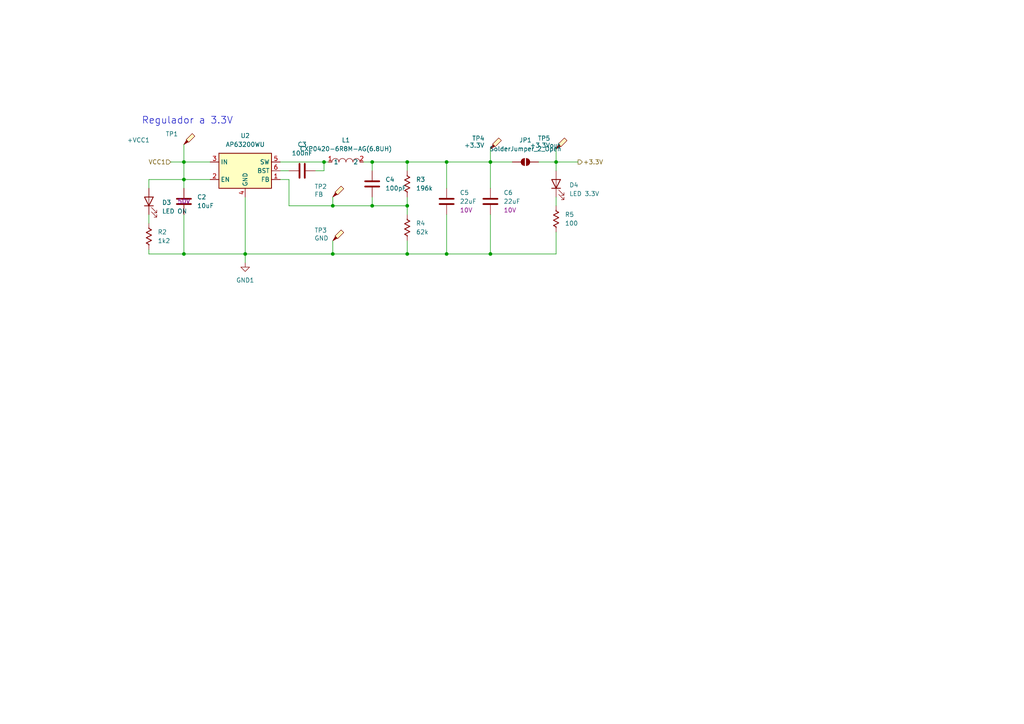
<source format=kicad_sch>
(kicad_sch (version 20250114) (generator "eeschema") (generator_version "9.0")
  (paper "A4")
  (lib_symbols
    (symbol "Connector:TestPoint_Probe" (pin_numbers (hide yes)) (pin_names (offset 0.762) (hide yes))
      (property "Reference" "TP" (at 1.651 5.842 0))
      (property "Value" "TestPoint_Probe" (at 1.651 4.064 0))
      (symbol "TestPoint_Probe_0_1"
        (polyline (pts (xy 1.27 0.762) (xy 0 0) (xy 0.762 1.27) (xy 1.27 0.762)) (fill (type outline)))
        (polyline (pts (xy 1.397 0.635) (xy 0.635 1.397) (xy 2.413 3.175) (xy 3.175 2.413) (xy 1.397 0.635)) (fill (type background)))
      )
      (symbol "TestPoint_Probe_1_1"
        (pin passive line (at 0 0 90) (length 0) (name "1") (number "1"))
      )
    )
    (symbol "Device:LED" (pin_numbers (hide yes)) (pin_names (offset 1.016) (hide yes))
      (property "Reference" "D" (at 0 2.54 0))
      (property "Value" "LED" (at 0 -2.54 0))
      (symbol "LED_0_1"
        (polyline (pts (xy -3.048 -0.762) (xy -4.572 -2.286) (xy -3.81 -2.286) (xy -4.572 -2.286) (xy -4.572 -1.524)))
        (polyline (pts (xy -1.778 -0.762) (xy -3.302 -2.286) (xy -2.54 -2.286) (xy -3.302 -2.286) (xy -3.302 -1.524)))
        (polyline (pts (xy -1.27 0) (xy 1.27 0)))
        (polyline (pts (xy -1.27 -1.27) (xy -1.27 1.27)) (stroke (width 0.254)))
        (polyline (pts (xy 1.27 -1.27) (xy 1.27 1.27) (xy -1.27 0) (xy 1.27 -1.27)) (stroke (width 0.254)))
      )
      (symbol "LED_1_1"
        (pin passive line (at -3.81 0 0) (length 2.54) (name "K") (number "1"))
        (pin passive line (at 3.81 0 180) (length 2.54) (name "A") (number "2"))
      )
    )
    (symbol "EasyEDA:CXP0420-6R8M-AG(6.8UH)"
      (property "Reference" "L" (at 0 5.08 0))
      (property "Value" "CXP0420-6R8M-AG(6.8UH)" (at 0 -5.08 0))
      (symbol "CXP0420-6R8M-AG(6.8UH)_0_1"
        (arc (start -4.06 -0.01) (mid -2.83 0.99) (end -2.03 0.01))
        (arc (start -2.03 -0.01) (mid -0.8 0.99) (end 0 0.01))
        (arc (start 0 -0.01) (mid 1.23 0.99) (end 2.03 0.01))
        (arc (start 2.03 -0.01) (mid 3.26 0.99) (end 4.06 0.01))
        (pin unspecified line (at -5.08 0 0) (length 1.016) (name "1") (number "1"))
        (pin unspecified line (at 5.08 0 180) (length 1.016) (name "2") (number "2"))
      )
    )
    (symbol "Jumper:SolderJumper_2_Open" (pin_numbers (hide yes)) (pin_names (offset 0) (hide yes)) (in_bom no)
      (property "Reference" "JP" (at 0 2.032 0))
      (property "Value" "SolderJumper_2_Open" (at 0 -2.54 0))
      (symbol "SolderJumper_2_Open_0_1"
        (polyline (pts (xy -0.254 1.016) (xy -0.254 -1.016)))
        (arc (start -0.254 -1.016) (mid -1.2656 0) (end -0.254 1.016))
        (arc (start -0.254 -1.016) (mid -1.2656 0) (end -0.254 1.016) (fill (type outline)))
        (arc (start 0.254 1.016) (mid 1.2656 0) (end 0.254 -1.016))
        (arc (start 0.254 1.016) (mid 1.2656 0) (end 0.254 -1.016) (fill (type outline)))
        (polyline (pts (xy 0.254 1.016) (xy 0.254 -1.016)))
      )
      (symbol "SolderJumper_2_Open_1_1"
        (pin passive line (at -3.81 0 0) (length 2.54) (name "A") (number "1"))
        (pin passive line (at 3.81 0 180) (length 2.54) (name "B") (number "2"))
      )
    )
    (symbol "PCM_Capacitor_AKL:C_0603" (pin_numbers (hide yes)) (pin_names (offset 0.254))
      (property "Reference" "C" (at 0.635 2.54 0))
      (property "Value" "C_0603" (at 0.635 -2.54 0))
      (symbol "C_0603_0_1"
        (polyline (pts (xy -2.032 0.762) (xy 2.032 0.762)) (stroke (width 0.508)))
        (polyline (pts (xy -2.032 -0.762) (xy 2.032 -0.762)) (stroke (width 0.508)))
      )
      (symbol "C_0603_0_2"
        (polyline (pts (xy -2.54 -2.54) (xy -0.381 -0.381)))
        (polyline (pts (xy -0.508 -0.508) (xy -1.651 0.635)) (stroke (width 0.508)))
        (polyline (pts (xy -0.508 -0.508) (xy 0.635 -1.651)) (stroke (width 0.508)))
        (polyline (pts (xy 0.381 0.381) (xy 2.54 2.54)))
        (polyline (pts (xy 0.508 0.508) (xy -0.635 1.651)) (stroke (width 0.508)))
        (polyline (pts (xy 0.508 0.508) (xy 1.651 -0.635)) (stroke (width 0.508)))
      )
      (symbol "C_0603_1_1"
        (pin passive line (at 0 3.81 270) (length 2.794) (name "~") (number "1"))
        (pin passive line (at 0 -3.81 90) (length 2.794) (name "~") (number "2"))
      )
      (symbol "C_0603_1_2"
        (pin passive line (at -2.54 -2.54 90) (length 0) (name "~") (number "2"))
        (pin passive line (at 2.54 2.54 270) (length 0) (name "~") (number "1"))
      )
    )
    (symbol "PCM_Capacitor_AKL:C_0805" (pin_numbers (hide yes)) (pin_names (offset 0.254))
      (property "Reference" "C" (at 0.635 2.54 0))
      (property "Value" "C_0805" (at 0.635 -2.54 0))
      (symbol "C_0805_0_1"
        (polyline (pts (xy -2.032 0.762) (xy 2.032 0.762)) (stroke (width 0.508)))
        (polyline (pts (xy -2.032 -0.762) (xy 2.032 -0.762)) (stroke (width 0.508)))
      )
      (symbol "C_0805_0_2"
        (polyline (pts (xy -2.54 -2.54) (xy -0.381 -0.381)))
        (polyline (pts (xy -0.508 -0.508) (xy -1.651 0.635)) (stroke (width 0.508)))
        (polyline (pts (xy -0.508 -0.508) (xy 0.635 -1.651)) (stroke (width 0.508)))
        (polyline (pts (xy 0.381 0.381) (xy 2.54 2.54)))
        (polyline (pts (xy 0.508 0.508) (xy -0.635 1.651)) (stroke (width 0.508)))
        (polyline (pts (xy 0.508 0.508) (xy 1.651 -0.635)) (stroke (width 0.508)))
      )
      (symbol "C_0805_1_1"
        (pin passive line (at 0 3.81 270) (length 2.794) (name "~") (number "1"))
        (pin passive line (at 0 -3.81 90) (length 2.794) (name "~") (number "2"))
      )
      (symbol "C_0805_1_2"
        (pin passive line (at -2.54 -2.54 90) (length 0) (name "~") (number "2"))
        (pin passive line (at 2.54 2.54 270) (length 0) (name "~") (number "1"))
      )
    )
    (symbol "PCM_Capacitor_AKL:C_1206" (pin_numbers (hide yes)) (pin_names (offset 0.254))
      (property "Reference" "C" (at 0.635 2.54 0))
      (property "Value" "C_1206" (at 0.635 -2.54 0))
      (symbol "C_1206_0_1"
        (polyline (pts (xy -2.032 0.762) (xy 2.032 0.762)) (stroke (width 0.508)))
        (polyline (pts (xy -2.032 -0.762) (xy 2.032 -0.762)) (stroke (width 0.508)))
      )
      (symbol "C_1206_0_2"
        (polyline (pts (xy -2.54 -2.54) (xy -0.381 -0.381)))
        (polyline (pts (xy -0.508 -0.508) (xy -1.651 0.635)) (stroke (width 0.508)))
        (polyline (pts (xy -0.508 -0.508) (xy 0.635 -1.651)) (stroke (width 0.508)))
        (polyline (pts (xy 0.381 0.381) (xy 2.54 2.54)))
        (polyline (pts (xy 0.508 0.508) (xy -0.635 1.651)) (stroke (width 0.508)))
        (polyline (pts (xy 0.508 0.508) (xy 1.651 -0.635)) (stroke (width 0.508)))
      )
      (symbol "C_1206_1_1"
        (pin passive line (at 0 3.81 270) (length 2.794) (name "~") (number "1"))
        (pin passive line (at 0 -3.81 90) (length 2.794) (name "~") (number "2"))
      )
      (symbol "C_1206_1_2"
        (pin passive line (at -2.54 -2.54 90) (length 0) (name "~") (number "2"))
        (pin passive line (at 2.54 2.54 270) (length 0) (name "~") (number "1"))
      )
    )
    (symbol "PCM_Resistor_US_AKL:R_0603" (pin_numbers (hide yes)) (pin_names (offset 0))
      (property "Reference" "R" (at 2.54 1.27 0))
      (property "Value" "R_0603" (at 2.54 -1.27 0))
      (symbol "R_0603_0_1"
        (polyline (pts (xy 0 2.286) (xy 0 2.54)) (stroke (width 0.254)))
        (polyline (pts (xy 0 2.286) (xy 0.762 1.905) (xy -0.762 1.143) (xy 0 0.762) (xy 0.762 0.381) (xy 0 0) (xy -0.762 -0.381) (xy 0 -0.762) (xy 0.762 -1.143) (xy 0 -1.524) (xy -0.762 -1.905) (xy 0 -2.286)) (stroke (width 0.254)))
        (polyline (pts (xy 0 -2.286) (xy 0 -2.54)) (stroke (width 0.254)))
      )
      (symbol "R_0603_0_2"
        (polyline (pts (xy -2.54 -2.54) (xy -1.778 -1.778)))
        (polyline (pts (xy -1.778 -1.778) (xy -1.524 -1.524)) (stroke (width 0.254)))
        (polyline (pts (xy -1.524 -1.524) (xy -1.778 -0.762) (xy -1.016 -1.016)) (stroke (width 0.254)))
        (polyline (pts (xy -0.508 -0.508) (xy -0.762 0.254) (xy 0 0)) (stroke (width 0.254)))
        (polyline (pts (xy -0.508 -0.508) (xy -0.254 -1.27) (xy -1.016 -1.016)) (stroke (width 0.254)))
        (polyline (pts (xy 0.508 0.508) (xy 0.254 1.27) (xy 1.016 1.016)) (stroke (width 0.254)))
        (polyline (pts (xy 0.508 0.508) (xy 0.762 -0.254) (xy 0 0)) (stroke (width 0.254)))
        (polyline (pts (xy 1.524 1.524) (xy 1.778 0.762) (xy 1.016 1.016)) (stroke (width 0.254)))
        (polyline (pts (xy 1.778 1.778) (xy 1.524 1.524)) (stroke (width 0.254)))
        (polyline (pts (xy 1.778 1.778) (xy 2.54 2.54)))
      )
      (symbol "R_0603_1_1"
        (pin passive line (at 0 3.81 270) (length 1.27) (name "~") (number "1"))
        (pin passive line (at 0 -3.81 90) (length 1.27) (name "~") (number "2"))
      )
      (symbol "R_0603_1_2"
        (pin passive line (at -2.54 -2.54 0) (length 0) (name "") (number "2"))
        (pin passive line (at 2.54 2.54 180) (length 0) (name "") (number "1"))
      )
    )
    (symbol "Regulator_Switching:AP63200WU"
      (property "Reference" "U" (at -7.62 6.35 0))
      (property "Value" "AP63200WU" (at 2.54 6.35 0))
      (symbol "AP63200WU_0_1"
        (rectangle (start -7.62 5.08) (end 7.62 -5.08) (stroke (width 0.254)) (fill (type background)))
      )
      (symbol "AP63200WU_1_1"
        (pin power_in line (at -10.16 2.54 0) (length 2.54) (name "IN") (number "3"))
        (pin input line (at -10.16 -2.54 0) (length 2.54) (name "EN") (number "2"))
        (pin power_in line (at 0 -7.62 90) (length 2.54) (name "GND") (number "4"))
        (pin output line (at 10.16 2.54 180) (length 2.54) (name "SW") (number "5"))
        (pin passive line (at 10.16 0 180) (length 2.54) (name "BST") (number "6"))
        (pin input line (at 10.16 -2.54 180) (length 2.54) (name "FB") (number "1"))
      )
    )
    (symbol "power:GND" (power) (pin_numbers (hide yes)) (pin_names (offset 0) (hide yes))
      (property "Value" "GND" (at 0 -3.81 0))
      (symbol "GND_0_1"
        (polyline (pts (xy 0 0) (xy 0 -1.27) (xy 1.27 -1.27) (xy 0 -2.54) (xy -1.27 -1.27) (xy 0 -1.27)))
      )
      (symbol "GND_1_1"
        (pin power_in line (at 0 0 270) (length 0) (name "~") (number "1"))
      )
    )
  )
  (text "Regulador a 3.3V\n" (at 54.356 35.052 0) (effects (font (size 2 2))))
  (junction (at 161.29 46.99))
  (junction (at 53.34 73.66))
  (junction (at 53.34 52.07))
  (junction (at 107.95 46.99))
  (junction (at 142.24 73.66))
  (junction (at 93.98 46.99))
  (junction (at 129.54 73.66))
  (junction (at 118.11 46.99))
  (junction (at 96.52 59.69))
  (junction (at 71.12 73.66))
  (junction (at 142.24 46.99))
  (junction (at 118.11 73.66))
  (junction (at 118.11 59.69))
  (junction (at 96.52 73.66))
  (junction (at 53.34 46.99))
  (junction (at 129.54 46.99))
  (junction (at 107.95 59.69))
  (wire (pts (xy 105.41 46.99) (xy 107.95 46.99)))
  (wire (pts (xy 161.29 67.31) (xy 161.29 73.66)))
  (wire (pts (xy 81.28 49.53) (xy 83.82 49.53)))
  (wire (pts (xy 43.18 62.23) (xy 43.18 64.77)))
  (wire (pts (xy 91.44 49.53) (xy 93.98 49.53)))
  (wire (pts (xy 83.82 52.07) (xy 81.28 52.07)))
  (wire (pts (xy 43.18 52.07) (xy 53.34 52.07)))
  (wire (pts (xy 161.29 49.53) (xy 161.29 46.99)))
  (wire (pts (xy 71.12 57.15) (xy 71.12 73.66)))
  (wire (pts (xy 118.11 59.69) (xy 118.11 57.15)))
  (wire (pts (xy 96.52 69.85) (xy 96.52 73.66)))
  (wire (pts (xy 53.34 52.07) (xy 53.34 46.99)))
  (wire (pts (xy 96.52 73.66) (xy 71.12 73.66)))
  (wire (pts (xy 60.96 52.07) (xy 53.34 52.07)))
  (wire (pts (xy 107.95 46.99) (xy 107.95 49.53)))
  (wire (pts (xy 118.11 46.99) (xy 129.54 46.99)))
  (wire (pts (xy 83.82 59.69) (xy 83.82 52.07)))
  (wire (pts (xy 118.11 69.85) (xy 118.11 73.66)))
  (wire (pts (xy 49.53 46.99) (xy 53.34 46.99)))
  (wire (pts (xy 161.29 46.99) (xy 167.64 46.99)))
  (wire (pts (xy 129.54 46.99) (xy 129.54 54.61)))
  (wire (pts (xy 142.24 46.99) (xy 142.24 54.61)))
  (wire (pts (xy 96.52 59.69) (xy 107.95 59.69)))
  (wire (pts (xy 118.11 59.69) (xy 118.11 62.23)))
  (wire (pts (xy 118.11 73.66) (xy 129.54 73.66)))
  (wire (pts (xy 142.24 73.66) (xy 129.54 73.66)))
  (wire (pts (xy 118.11 46.99) (xy 118.11 49.53)))
  (wire (pts (xy 71.12 73.66) (xy 71.12 76.2)))
  (wire (pts (xy 142.24 62.23) (xy 142.24 73.66)))
  (wire (pts (xy 53.34 54.61) (xy 53.34 52.07)))
  (wire (pts (xy 107.95 59.69) (xy 118.11 59.69)))
  (wire (pts (xy 142.24 46.99) (xy 148.59 46.99)))
  (wire (pts (xy 129.54 62.23) (xy 129.54 73.66)))
  (wire (pts (xy 53.34 46.99) (xy 60.96 46.99)))
  (wire (pts (xy 53.34 62.23) (xy 53.34 73.66)))
  (wire (pts (xy 142.24 73.66) (xy 161.29 73.66)))
  (wire (pts (xy 95.25 46.99) (xy 93.98 46.99)))
  (wire (pts (xy 53.34 41.91) (xy 53.34 46.99)))
  (wire (pts (xy 156.21 46.99) (xy 161.29 46.99)))
  (wire (pts (xy 107.95 57.15) (xy 107.95 59.69)))
  (wire (pts (xy 129.54 46.99) (xy 142.24 46.99)))
  (wire (pts (xy 43.18 72.39) (xy 43.18 73.66)))
  (wire (pts (xy 83.82 59.69) (xy 96.52 59.69)))
  (wire (pts (xy 43.18 73.66) (xy 53.34 73.66)))
  (wire (pts (xy 142.24 43.18) (xy 142.24 46.99)))
  (wire (pts (xy 107.95 46.99) (xy 118.11 46.99)))
  (wire (pts (xy 161.29 43.18) (xy 161.29 46.99)))
  (wire (pts (xy 96.52 57.15) (xy 96.52 59.69)))
  (wire (pts (xy 53.34 73.66) (xy 71.12 73.66)))
  (wire (pts (xy 43.18 54.61) (xy 43.18 52.07)))
  (wire (pts (xy 93.98 46.99) (xy 81.28 46.99)))
  (wire (pts (xy 161.29 57.15) (xy 161.29 59.69)))
  (wire (pts (xy 93.98 49.53) (xy 93.98 46.99)))
  (wire (pts (xy 96.52 73.66) (xy 118.11 73.66)))
  (hierarchical_label "+3.3V" (shape output) (at 167.64 46.99 0))
  (hierarchical_label "VCC1" (shape input) (at 49.53 46.99 180))
  (symbol (lib_id "PCM_Resistor_US_AKL:R_0603") (at 161.29 63.5 180) (unit 1)
    (property "Reference" "R5" (at 163.83 62.2299 0) (effects (justify right)))
    (property "Value" "100" (at 163.83 64.7699 0) (effects (justify right)))
    (property "Footprint" "PCM_Resistor_SMD_AKL:R_0603_1608Metric" (effects (hide yes)))
    (property "Description" "SMD 0603 Chip Resistor, US Symbol, Alternate KiCad Library" (effects (hide yes)))
  )
  (symbol (lib_id "Connector:TestPoint_Probe") (at 96.52 69.85 0) (unit 1)
    (property "Reference" "TP3" (at 91.186 66.802 0) (effects (justify left)))
    (property "Value" "GND" (at 91.186 69.088 0) (effects (justify left)))
    (property "Footprint" "TestPoint:TestPoint_Pad_1.0x1.0mm" (effects (hide yes)))
    (property "Description" "test point (alternative probe-style design)" (effects (hide yes)))
  )
  (symbol (lib_id "PCM_Capacitor_AKL:C_1206") (at 53.34 58.42 0) (unit 1)
    (property "Reference" "C2" (at 57.15 57.1499 0) (effects (justify left)))
    (property "Value" "10uF" (at 57.15 59.6899 0) (effects (justify left)))
    (property "Footprint" "PCM_Capacitor_SMD_AKL:C_1206_3216Metric" (effects (hide yes)))
    (property "Description" "SMD 1206 MLCC capacitor, Alternate KiCad Library" (effects (hide yes)))
    (property "Voltaje" "50V" (at 53.34 58.42 0))
  )
  (symbol (lib_id "PCM_Resistor_US_AKL:R_0603") (at 43.18 68.58 180) (unit 1)
    (property "Reference" "R2" (at 45.72 67.3099 0) (effects (justify right)))
    (property "Value" "1k2" (at 45.72 69.8499 0) (effects (justify right)))
    (property "Footprint" "PCM_Resistor_SMD_AKL:R_0603_1608Metric" (effects (hide yes)))
    (property "Description" "SMD 0603 Chip Resistor, US Symbol, Alternate KiCad Library" (effects (hide yes)))
  )
  (symbol (lib_id "Connector:TestPoint_Probe") (at 161.29 43.18 0) (unit 1)
    (property "Reference" "TP5" (at 155.956 40.132 0) (effects (justify left)))
    (property "Value" "+3.3Vout" (at 153.67 42.164 0) (effects (justify left)))
    (property "Footprint" "TestPoint:TestPoint_Pad_1.0x1.0mm" (effects (hide yes)))
    (property "Description" "test point (alternative probe-style design)" (effects (hide yes)))
  )
  (symbol (lib_id "Regulator_Switching:AP63200WU") (at 71.12 49.53 0) (unit 1)
    (property "Reference" "U2" (at 71.12 39.37 0))
    (property "Value" "AP63200WU" (at 71.12 41.91 0))
    (property "Footprint" "Package_TO_SOT_SMD:TSOT-23-6" (effects (hide yes)))
    (property "Datasheet" "https://www.diodes.com/assets/Datasheets/AP63200-AP63201-AP63203-AP63205.pdf" (effects (hide yes)))
    (property "Description" "2A, 500kHz Buck DC/DC Converter, adjustable output voltage, TSOT-23-6" (effects (hide yes)))
  )
  (symbol (lib_id "Device:LED") (at 43.18 58.42 90) (unit 1)
    (property "Reference" "D3" (at 46.99 58.7374 90) (effects (justify right)))
    (property "Value" "LED ON" (at 46.99 61.2774 90) (effects (justify right)))
    (property "Footprint" "LED_SMD:LED_0603_1608Metric" (effects (hide yes)))
    (property "Description" "Light emitting diode" (effects (hide yes)))
    (property "Sim.Pins" "1=K 2=A" (effects (hide yes)))
  )
  (symbol (lib_id "PCM_Capacitor_AKL:C_0603") (at 142.24 58.42 0) (unit 1)
    (property "Reference" "C6" (at 146.05 55.8799 0) (effects (justify left)))
    (property "Value" "22uF" (at 146.05 58.4199 0) (effects (justify left)))
    (property "Footprint" "PCM_Capacitor_SMD_AKL:C_0603_1608Metric" (effects (hide yes)))
    (property "Description" "SMD 0603 MLCC capacitor, Alternate KiCad Library" (effects (hide yes)))
    (property "Voltaje" "10V" (at 146.05 60.9599 0) (effects (justify left)))
  )
  (symbol (lib_id "Connector:TestPoint_Probe") (at 142.24 43.18 0) (unit 1)
    (property "Reference" "TP4" (at 136.906 40.132 0) (effects (justify left)))
    (property "Value" "+3.3V" (at 134.62 42.164 0) (effects (justify left)))
    (property "Footprint" "TestPoint:TestPoint_Pad_1.0x1.0mm" (effects (hide yes)))
    (property "Description" "test point (alternative probe-style design)" (effects (hide yes)))
  )
  (symbol (lib_id "power:GND") (at 71.12 76.2 0) (unit 1)
    (property "Reference" "#PWR023" (effects (hide yes)))
    (property "Value" "GND1" (at 71.12 81.28 0))
    (property "Description" "Power symbol creates a global label with name \"GND\" , ground" (effects (hide yes)))
  )
  (symbol (lib_id "PCM_Resistor_US_AKL:R_0603") (at 118.11 53.34 0) (unit 1)
    (property "Reference" "R3" (at 120.65 52.0699 0) (effects (justify left)))
    (property "Value" "196k" (at 120.65 54.6099 0) (effects (justify left)))
    (property "Footprint" "PCM_Resistor_SMD_AKL:R_0603_1608Metric" (effects (hide yes)))
    (property "Description" "SMD 0603 Chip Resistor, US Symbol, Alternate KiCad Library" (effects (hide yes)))
  )
  (symbol (lib_id "PCM_Capacitor_AKL:C_0603") (at 129.54 58.42 0) (unit 1)
    (property "Reference" "C5" (at 133.35 55.8799 0) (effects (justify left)))
    (property "Value" "22uF" (at 133.35 58.4199 0) (effects (justify left)))
    (property "Footprint" "PCM_Capacitor_SMD_AKL:C_0603_1608Metric" (effects (hide yes)))
    (property "Description" "SMD 0603 MLCC capacitor, Alternate KiCad Library" (effects (hide yes)))
    (property "Voltaje" "10V" (at 133.35 60.9599 0) (effects (justify left)))
  )
  (symbol (lib_id "Device:LED") (at 161.29 53.34 90) (unit 1)
    (property "Reference" "D4" (at 165.1 53.6574 90) (effects (justify right)))
    (property "Value" "LED 3.3V" (at 165.1 56.1974 90) (effects (justify right)))
    (property "Footprint" "LED_SMD:LED_0603_1608Metric" (effects (hide yes)))
    (property "Description" "Light emitting diode" (effects (hide yes)))
    (property "Sim.Pins" "1=K 2=A" (effects (hide yes)))
  )
  (symbol (lib_id "PCM_Resistor_US_AKL:R_0603") (at 118.11 66.04 0) (unit 1)
    (property "Reference" "R4" (at 120.65 64.7699 0) (effects (justify left)))
    (property "Value" "62k" (at 120.65 67.3099 0) (effects (justify left)))
    (property "Footprint" "PCM_Resistor_SMD_AKL:R_0603_1608Metric" (effects (hide yes)))
    (property "Description" "SMD 0603 Chip Resistor, US Symbol, Alternate KiCad Library" (effects (hide yes)))
  )
  (symbol (lib_id "PCM_Capacitor_AKL:C_0805") (at 87.63 49.53 90) (unit 1)
    (property "Reference" "C3" (at 87.63 41.91 90))
    (property "Value" "100nF" (at 87.63 44.45 90))
    (property "Footprint" "PCM_Capacitor_SMD_AKL:C_0805_2012Metric" (effects (hide yes)))
    (property "Description" "SMD 0805 MLCC capacitor, Alternate KiCad Library" (effects (hide yes)))
  )
  (symbol (lib_id "Jumper:SolderJumper_2_Open") (at 152.4 46.99 0) (unit 1) (in_bom no)
    (property "Reference" "JP1" (at 152.4 40.64 0))
    (property "Value" "SolderJumper_2_Open" (at 152.4 43.18 0))
    (property "Footprint" "Jumper:SolderJumper-2_P1.3mm_Open_Pad1.0x1.5mm" (effects (hide yes)))
    (property "Description" "Solder Jumper, 2-pole, open" (effects (hide yes)))
  )
  (symbol (lib_id "EasyEDA:CXP0420-6R8M-AG(6.8UH)") (at 100.33 46.99 0) (unit 1)
    (property "Reference" "L1" (at 100.33 40.64 0))
    (property "Value" "CXP0420-6R8M-AG(6.8UH)" (at 100.33 43.18 0))
    (property "Footprint" "EasyEDA:IND-SMD_L4.4-W4.2_CXP0420" (effects (hide yes)))
    (property "LCSC Part" "C7461340" (effects (hide yes)))
  )
  (symbol (lib_id "Connector:TestPoint_Probe") (at 96.52 57.15 0) (unit 1)
    (property "Reference" "TP2" (at 91.186 54.102 0) (effects (justify left)))
    (property "Value" "FB" (at 91.186 56.388 0) (effects (justify left)))
    (property "Footprint" "TestPoint:TestPoint_Pad_1.0x1.0mm" (effects (hide yes)))
    (property "Description" "test point (alternative probe-style design)" (effects (hide yes)))
  )
  (symbol (lib_id "Connector:TestPoint_Probe") (at 53.34 41.91 0) (unit 1)
    (property "Reference" "TP1" (at 48.006 38.862 0) (effects (justify left)))
    (property "Value" "+VCC1" (at 36.83 40.64 0) (effects (justify left)))
    (property "Footprint" "TestPoint:TestPoint_Pad_1.0x1.0mm" (effects (hide yes)))
    (property "Description" "test point (alternative probe-style design)" (effects (hide yes)))
  )
  (symbol (lib_id "PCM_Capacitor_AKL:C_0805") (at 107.95 53.34 180) (unit 1)
    (property "Reference" "C4" (at 111.76 52.0699 0) (effects (justify right)))
    (property "Value" "100pF" (at 111.76 54.6099 0) (effects (justify right)))
    (property "Footprint" "PCM_Capacitor_SMD_AKL:C_0805_2012Metric" (effects (hide yes)))
    (property "Description" "SMD 0805 MLCC capacitor, Alternate KiCad Library" (effects (hide yes)))
  )
)
</source>
